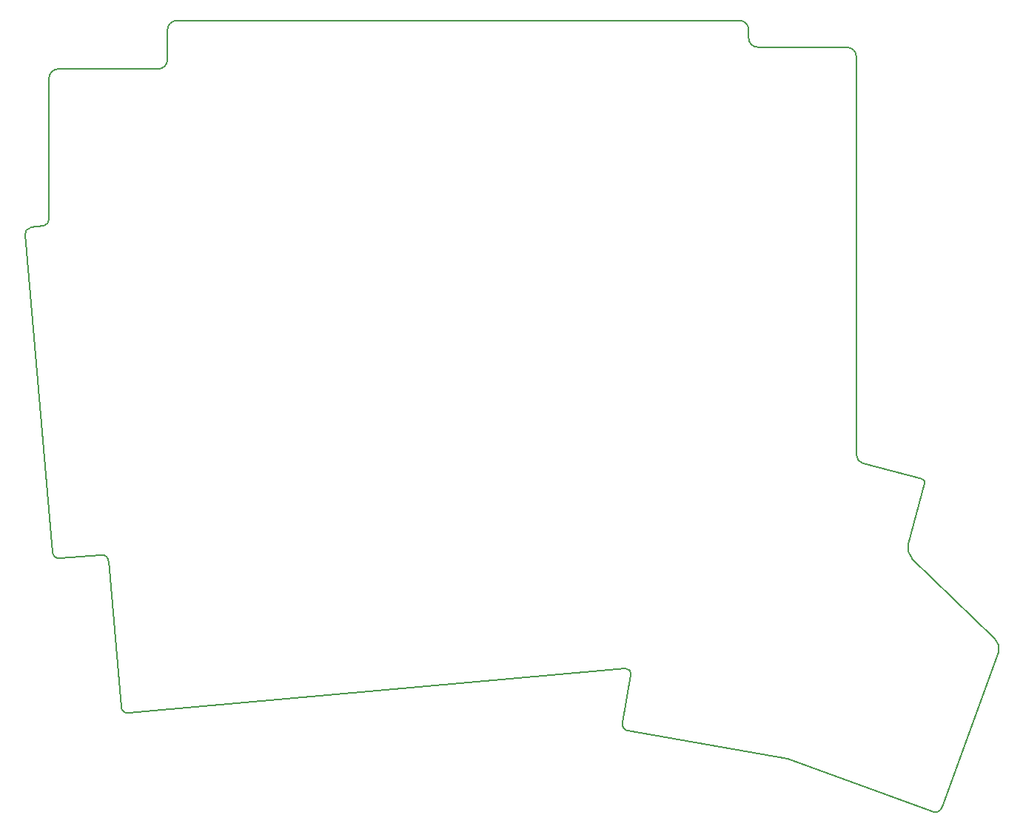
<source format=gm1>
G04 #@! TF.GenerationSoftware,KiCad,Pcbnew,7.0.5*
G04 #@! TF.CreationDate,2023-06-14T10:23:52+08:00*
G04 #@! TF.ProjectId,AWKB-C,41574b42-2d43-42e6-9b69-6361645f7063,rev?*
G04 #@! TF.SameCoordinates,Original*
G04 #@! TF.FileFunction,Profile,NP*
%FSLAX46Y46*%
G04 Gerber Fmt 4.6, Leading zero omitted, Abs format (unit mm)*
G04 Created by KiCad (PCBNEW 7.0.5) date 2023-06-14 10:23:52*
%MOMM*%
%LPD*%
G01*
G04 APERTURE LIST*
G04 #@! TA.AperFunction,Profile*
%ADD10C,0.150000*%
G04 #@! TD*
G04 APERTURE END LIST*
D10*
X115573781Y-61449586D02*
X115573781Y-64747586D01*
X168603729Y-135154350D02*
X167652200Y-140642786D01*
X200316600Y-120221186D02*
X202184557Y-113288337D01*
X168603728Y-135154350D02*
G75*
G03*
X167957000Y-134445186I-612228J91150D01*
G01*
X99288321Y-84855419D02*
X102441568Y-121121781D01*
X114469084Y-65870737D02*
G75*
G03*
X115573781Y-64747586I24616J1080637D01*
G01*
X203059800Y-150802786D02*
X186499000Y-144757586D01*
X194373293Y-64501185D02*
G75*
G03*
X193253473Y-63381510I-1091693J27985D01*
G01*
X186499000Y-144757586D02*
X168211000Y-141557186D01*
X200773800Y-121897586D02*
X210163492Y-130951632D01*
X182041547Y-62258388D02*
G75*
G03*
X183146200Y-63381509I1080053J-42512D01*
G01*
X182041504Y-62258386D02*
X182041504Y-61411128D01*
X200316596Y-120221185D02*
G75*
G03*
X200773800Y-121897586I1822804J-403415D01*
G01*
X101409000Y-83817658D02*
X99935800Y-84008387D01*
X108834300Y-122177772D02*
X110290456Y-138811463D01*
X102441597Y-121121780D02*
G75*
G03*
X103288600Y-121846785I754403J24080D01*
G01*
X116678478Y-60327552D02*
G75*
G03*
X115573781Y-61449586I-25578J-1079648D01*
G01*
X116678477Y-60327600D02*
X181012600Y-60327600D01*
X108834280Y-122177773D02*
G75*
G03*
X107964113Y-121438000I-770480J-24627D01*
G01*
X182041581Y-61411131D02*
G75*
G03*
X181012600Y-60327600I-1041981J40831D01*
G01*
X202184558Y-113288337D02*
G75*
G03*
X201905157Y-112780338I-368358J128237D01*
G01*
X103288600Y-121846786D02*
X107964113Y-121437999D01*
X204177400Y-150294786D02*
X210620692Y-132602632D01*
X201905157Y-112780337D02*
X195135000Y-110975586D01*
X103034598Y-65870674D02*
G75*
G03*
X102034333Y-66931986I52102J-1051126D01*
G01*
X203059781Y-150802828D02*
G75*
G03*
X204177400Y-150294786I336519J743028D01*
G01*
X110290416Y-138811465D02*
G75*
G03*
X111130757Y-139553850I778984J34965D01*
G01*
X99935799Y-84008382D02*
G75*
G03*
X99288321Y-84855419I108101J-753618D01*
G01*
X194373040Y-109959587D02*
G75*
G03*
X195135000Y-110975585I1016060J-31713D01*
G01*
X102034333Y-66931986D02*
X102034333Y-83004858D01*
X210620658Y-132602623D02*
G75*
G03*
X210163491Y-130951633I-1607658J443623D01*
G01*
X167652278Y-140642810D02*
G75*
G03*
X168211000Y-141557186I685222J-209190D01*
G01*
X101409010Y-83817703D02*
G75*
G03*
X102034332Y-83004858I-173210J780203D01*
G01*
X111130757Y-139553851D02*
X167957000Y-134445186D01*
X183146200Y-63381510D02*
X193253473Y-63381510D01*
X194373000Y-64501187D02*
X194373000Y-109959586D01*
X114469085Y-65870710D02*
X103034600Y-65870710D01*
M02*

</source>
